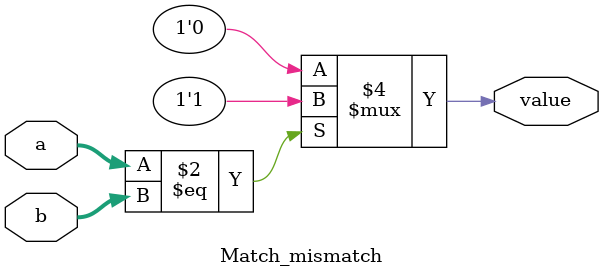
<source format=v>
module Match_mismatch(
    input wire [2:0] a,     
    input wire [2:0] b,     
    output reg  value
);

    always @(a,b) begin
        if (a == b) value = 1'b1; 
        else value = 1'b0;
    end

    //end
endmodule

</source>
